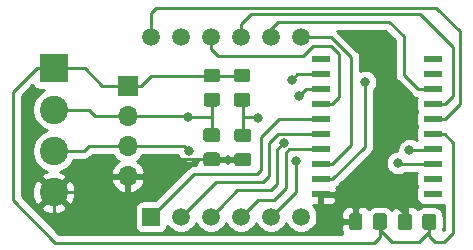
<source format=gbr>
G04 #@! TF.GenerationSoftware,KiCad,Pcbnew,5.1.5+dfsg1-2build2*
G04 #@! TF.CreationDate,2021-11-16T16:54:19-05:00*
G04 #@! TF.ProjectId,056INCH_3DIGIT,30353649-4e43-4485-9f33-44494749542e,rev?*
G04 #@! TF.SameCoordinates,Original*
G04 #@! TF.FileFunction,Copper,L2,Bot*
G04 #@! TF.FilePolarity,Positive*
%FSLAX46Y46*%
G04 Gerber Fmt 4.6, Leading zero omitted, Abs format (unit mm)*
G04 Created by KiCad (PCBNEW 5.1.5+dfsg1-2build2) date 2021-11-16 16:54:19*
%MOMM*%
%LPD*%
G04 APERTURE LIST*
%ADD10O,1.700000X1.700000*%
%ADD11R,1.700000X1.700000*%
%ADD12C,0.100000*%
%ADD13C,2.400000*%
%ADD14R,2.400000X2.400000*%
%ADD15R,1.500000X0.600000*%
%ADD16C,1.500000*%
%ADD17R,1.500000X1.500000*%
%ADD18C,0.800000*%
%ADD19C,0.250000*%
%ADD20C,0.254000*%
G04 APERTURE END LIST*
D10*
X113499900Y-114769900D03*
X113499900Y-112229900D03*
X113499900Y-109689900D03*
D11*
X113499900Y-107149900D03*
G04 #@! TA.AperFunction,SMDPad,CuDef*
D12*
G36*
X123651805Y-107728104D02*
G01*
X123676073Y-107731704D01*
X123699872Y-107737665D01*
X123722971Y-107745930D01*
X123745150Y-107756420D01*
X123766193Y-107769032D01*
X123785899Y-107783647D01*
X123804077Y-107800123D01*
X123820553Y-107818301D01*
X123835168Y-107838007D01*
X123847780Y-107859050D01*
X123858270Y-107881229D01*
X123866535Y-107904328D01*
X123872496Y-107928127D01*
X123876096Y-107952395D01*
X123877300Y-107976899D01*
X123877300Y-108626901D01*
X123876096Y-108651405D01*
X123872496Y-108675673D01*
X123866535Y-108699472D01*
X123858270Y-108722571D01*
X123847780Y-108744750D01*
X123835168Y-108765793D01*
X123820553Y-108785499D01*
X123804077Y-108803677D01*
X123785899Y-108820153D01*
X123766193Y-108834768D01*
X123745150Y-108847380D01*
X123722971Y-108857870D01*
X123699872Y-108866135D01*
X123676073Y-108872096D01*
X123651805Y-108875696D01*
X123627301Y-108876900D01*
X122727299Y-108876900D01*
X122702795Y-108875696D01*
X122678527Y-108872096D01*
X122654728Y-108866135D01*
X122631629Y-108857870D01*
X122609450Y-108847380D01*
X122588407Y-108834768D01*
X122568701Y-108820153D01*
X122550523Y-108803677D01*
X122534047Y-108785499D01*
X122519432Y-108765793D01*
X122506820Y-108744750D01*
X122496330Y-108722571D01*
X122488065Y-108699472D01*
X122482104Y-108675673D01*
X122478504Y-108651405D01*
X122477300Y-108626901D01*
X122477300Y-107976899D01*
X122478504Y-107952395D01*
X122482104Y-107928127D01*
X122488065Y-107904328D01*
X122496330Y-107881229D01*
X122506820Y-107859050D01*
X122519432Y-107838007D01*
X122534047Y-107818301D01*
X122550523Y-107800123D01*
X122568701Y-107783647D01*
X122588407Y-107769032D01*
X122609450Y-107756420D01*
X122631629Y-107745930D01*
X122654728Y-107737665D01*
X122678527Y-107731704D01*
X122702795Y-107728104D01*
X122727299Y-107726900D01*
X123627301Y-107726900D01*
X123651805Y-107728104D01*
G37*
G04 #@! TD.AperFunction*
G04 #@! TA.AperFunction,SMDPad,CuDef*
G36*
X123651805Y-105678104D02*
G01*
X123676073Y-105681704D01*
X123699872Y-105687665D01*
X123722971Y-105695930D01*
X123745150Y-105706420D01*
X123766193Y-105719032D01*
X123785899Y-105733647D01*
X123804077Y-105750123D01*
X123820553Y-105768301D01*
X123835168Y-105788007D01*
X123847780Y-105809050D01*
X123858270Y-105831229D01*
X123866535Y-105854328D01*
X123872496Y-105878127D01*
X123876096Y-105902395D01*
X123877300Y-105926899D01*
X123877300Y-106576901D01*
X123876096Y-106601405D01*
X123872496Y-106625673D01*
X123866535Y-106649472D01*
X123858270Y-106672571D01*
X123847780Y-106694750D01*
X123835168Y-106715793D01*
X123820553Y-106735499D01*
X123804077Y-106753677D01*
X123785899Y-106770153D01*
X123766193Y-106784768D01*
X123745150Y-106797380D01*
X123722971Y-106807870D01*
X123699872Y-106816135D01*
X123676073Y-106822096D01*
X123651805Y-106825696D01*
X123627301Y-106826900D01*
X122727299Y-106826900D01*
X122702795Y-106825696D01*
X122678527Y-106822096D01*
X122654728Y-106816135D01*
X122631629Y-106807870D01*
X122609450Y-106797380D01*
X122588407Y-106784768D01*
X122568701Y-106770153D01*
X122550523Y-106753677D01*
X122534047Y-106735499D01*
X122519432Y-106715793D01*
X122506820Y-106694750D01*
X122496330Y-106672571D01*
X122488065Y-106649472D01*
X122482104Y-106625673D01*
X122478504Y-106601405D01*
X122477300Y-106576901D01*
X122477300Y-105926899D01*
X122478504Y-105902395D01*
X122482104Y-105878127D01*
X122488065Y-105854328D01*
X122496330Y-105831229D01*
X122506820Y-105809050D01*
X122519432Y-105788007D01*
X122534047Y-105768301D01*
X122550523Y-105750123D01*
X122568701Y-105733647D01*
X122588407Y-105719032D01*
X122609450Y-105706420D01*
X122631629Y-105695930D01*
X122654728Y-105687665D01*
X122678527Y-105681704D01*
X122702795Y-105678104D01*
X122727299Y-105676900D01*
X123627301Y-105676900D01*
X123651805Y-105678104D01*
G37*
G04 #@! TD.AperFunction*
G04 #@! TA.AperFunction,SMDPad,CuDef*
G36*
X121099105Y-107728104D02*
G01*
X121123373Y-107731704D01*
X121147172Y-107737665D01*
X121170271Y-107745930D01*
X121192450Y-107756420D01*
X121213493Y-107769032D01*
X121233199Y-107783647D01*
X121251377Y-107800123D01*
X121267853Y-107818301D01*
X121282468Y-107838007D01*
X121295080Y-107859050D01*
X121305570Y-107881229D01*
X121313835Y-107904328D01*
X121319796Y-107928127D01*
X121323396Y-107952395D01*
X121324600Y-107976899D01*
X121324600Y-108626901D01*
X121323396Y-108651405D01*
X121319796Y-108675673D01*
X121313835Y-108699472D01*
X121305570Y-108722571D01*
X121295080Y-108744750D01*
X121282468Y-108765793D01*
X121267853Y-108785499D01*
X121251377Y-108803677D01*
X121233199Y-108820153D01*
X121213493Y-108834768D01*
X121192450Y-108847380D01*
X121170271Y-108857870D01*
X121147172Y-108866135D01*
X121123373Y-108872096D01*
X121099105Y-108875696D01*
X121074601Y-108876900D01*
X120174599Y-108876900D01*
X120150095Y-108875696D01*
X120125827Y-108872096D01*
X120102028Y-108866135D01*
X120078929Y-108857870D01*
X120056750Y-108847380D01*
X120035707Y-108834768D01*
X120016001Y-108820153D01*
X119997823Y-108803677D01*
X119981347Y-108785499D01*
X119966732Y-108765793D01*
X119954120Y-108744750D01*
X119943630Y-108722571D01*
X119935365Y-108699472D01*
X119929404Y-108675673D01*
X119925804Y-108651405D01*
X119924600Y-108626901D01*
X119924600Y-107976899D01*
X119925804Y-107952395D01*
X119929404Y-107928127D01*
X119935365Y-107904328D01*
X119943630Y-107881229D01*
X119954120Y-107859050D01*
X119966732Y-107838007D01*
X119981347Y-107818301D01*
X119997823Y-107800123D01*
X120016001Y-107783647D01*
X120035707Y-107769032D01*
X120056750Y-107756420D01*
X120078929Y-107745930D01*
X120102028Y-107737665D01*
X120125827Y-107731704D01*
X120150095Y-107728104D01*
X120174599Y-107726900D01*
X121074601Y-107726900D01*
X121099105Y-107728104D01*
G37*
G04 #@! TD.AperFunction*
G04 #@! TA.AperFunction,SMDPad,CuDef*
G36*
X121099105Y-105678104D02*
G01*
X121123373Y-105681704D01*
X121147172Y-105687665D01*
X121170271Y-105695930D01*
X121192450Y-105706420D01*
X121213493Y-105719032D01*
X121233199Y-105733647D01*
X121251377Y-105750123D01*
X121267853Y-105768301D01*
X121282468Y-105788007D01*
X121295080Y-105809050D01*
X121305570Y-105831229D01*
X121313835Y-105854328D01*
X121319796Y-105878127D01*
X121323396Y-105902395D01*
X121324600Y-105926899D01*
X121324600Y-106576901D01*
X121323396Y-106601405D01*
X121319796Y-106625673D01*
X121313835Y-106649472D01*
X121305570Y-106672571D01*
X121295080Y-106694750D01*
X121282468Y-106715793D01*
X121267853Y-106735499D01*
X121251377Y-106753677D01*
X121233199Y-106770153D01*
X121213493Y-106784768D01*
X121192450Y-106797380D01*
X121170271Y-106807870D01*
X121147172Y-106816135D01*
X121123373Y-106822096D01*
X121099105Y-106825696D01*
X121074601Y-106826900D01*
X120174599Y-106826900D01*
X120150095Y-106825696D01*
X120125827Y-106822096D01*
X120102028Y-106816135D01*
X120078929Y-106807870D01*
X120056750Y-106797380D01*
X120035707Y-106784768D01*
X120016001Y-106770153D01*
X119997823Y-106753677D01*
X119981347Y-106735499D01*
X119966732Y-106715793D01*
X119954120Y-106694750D01*
X119943630Y-106672571D01*
X119935365Y-106649472D01*
X119929404Y-106625673D01*
X119925804Y-106601405D01*
X119924600Y-106576901D01*
X119924600Y-105926899D01*
X119925804Y-105902395D01*
X119929404Y-105878127D01*
X119935365Y-105854328D01*
X119943630Y-105831229D01*
X119954120Y-105809050D01*
X119966732Y-105788007D01*
X119981347Y-105768301D01*
X119997823Y-105750123D01*
X120016001Y-105733647D01*
X120035707Y-105719032D01*
X120056750Y-105706420D01*
X120078929Y-105695930D01*
X120102028Y-105687665D01*
X120125827Y-105681704D01*
X120150095Y-105678104D01*
X120174599Y-105676900D01*
X121074601Y-105676900D01*
X121099105Y-105678104D01*
G37*
G04 #@! TD.AperFunction*
G04 #@! TA.AperFunction,SMDPad,CuDef*
G36*
X123715305Y-112795404D02*
G01*
X123739573Y-112799004D01*
X123763372Y-112804965D01*
X123786471Y-112813230D01*
X123808650Y-112823720D01*
X123829693Y-112836332D01*
X123849399Y-112850947D01*
X123867577Y-112867423D01*
X123884053Y-112885601D01*
X123898668Y-112905307D01*
X123911280Y-112926350D01*
X123921770Y-112948529D01*
X123930035Y-112971628D01*
X123935996Y-112995427D01*
X123939596Y-113019695D01*
X123940800Y-113044199D01*
X123940800Y-113694201D01*
X123939596Y-113718705D01*
X123935996Y-113742973D01*
X123930035Y-113766772D01*
X123921770Y-113789871D01*
X123911280Y-113812050D01*
X123898668Y-113833093D01*
X123884053Y-113852799D01*
X123867577Y-113870977D01*
X123849399Y-113887453D01*
X123829693Y-113902068D01*
X123808650Y-113914680D01*
X123786471Y-113925170D01*
X123763372Y-113933435D01*
X123739573Y-113939396D01*
X123715305Y-113942996D01*
X123690801Y-113944200D01*
X122790799Y-113944200D01*
X122766295Y-113942996D01*
X122742027Y-113939396D01*
X122718228Y-113933435D01*
X122695129Y-113925170D01*
X122672950Y-113914680D01*
X122651907Y-113902068D01*
X122632201Y-113887453D01*
X122614023Y-113870977D01*
X122597547Y-113852799D01*
X122582932Y-113833093D01*
X122570320Y-113812050D01*
X122559830Y-113789871D01*
X122551565Y-113766772D01*
X122545604Y-113742973D01*
X122542004Y-113718705D01*
X122540800Y-113694201D01*
X122540800Y-113044199D01*
X122542004Y-113019695D01*
X122545604Y-112995427D01*
X122551565Y-112971628D01*
X122559830Y-112948529D01*
X122570320Y-112926350D01*
X122582932Y-112905307D01*
X122597547Y-112885601D01*
X122614023Y-112867423D01*
X122632201Y-112850947D01*
X122651907Y-112836332D01*
X122672950Y-112823720D01*
X122695129Y-112813230D01*
X122718228Y-112804965D01*
X122742027Y-112799004D01*
X122766295Y-112795404D01*
X122790799Y-112794200D01*
X123690801Y-112794200D01*
X123715305Y-112795404D01*
G37*
G04 #@! TD.AperFunction*
G04 #@! TA.AperFunction,SMDPad,CuDef*
G36*
X123715305Y-110745404D02*
G01*
X123739573Y-110749004D01*
X123763372Y-110754965D01*
X123786471Y-110763230D01*
X123808650Y-110773720D01*
X123829693Y-110786332D01*
X123849399Y-110800947D01*
X123867577Y-110817423D01*
X123884053Y-110835601D01*
X123898668Y-110855307D01*
X123911280Y-110876350D01*
X123921770Y-110898529D01*
X123930035Y-110921628D01*
X123935996Y-110945427D01*
X123939596Y-110969695D01*
X123940800Y-110994199D01*
X123940800Y-111644201D01*
X123939596Y-111668705D01*
X123935996Y-111692973D01*
X123930035Y-111716772D01*
X123921770Y-111739871D01*
X123911280Y-111762050D01*
X123898668Y-111783093D01*
X123884053Y-111802799D01*
X123867577Y-111820977D01*
X123849399Y-111837453D01*
X123829693Y-111852068D01*
X123808650Y-111864680D01*
X123786471Y-111875170D01*
X123763372Y-111883435D01*
X123739573Y-111889396D01*
X123715305Y-111892996D01*
X123690801Y-111894200D01*
X122790799Y-111894200D01*
X122766295Y-111892996D01*
X122742027Y-111889396D01*
X122718228Y-111883435D01*
X122695129Y-111875170D01*
X122672950Y-111864680D01*
X122651907Y-111852068D01*
X122632201Y-111837453D01*
X122614023Y-111820977D01*
X122597547Y-111802799D01*
X122582932Y-111783093D01*
X122570320Y-111762050D01*
X122559830Y-111739871D01*
X122551565Y-111716772D01*
X122545604Y-111692973D01*
X122542004Y-111668705D01*
X122540800Y-111644201D01*
X122540800Y-110994199D01*
X122542004Y-110969695D01*
X122545604Y-110945427D01*
X122551565Y-110921628D01*
X122559830Y-110898529D01*
X122570320Y-110876350D01*
X122582932Y-110855307D01*
X122597547Y-110835601D01*
X122614023Y-110817423D01*
X122632201Y-110800947D01*
X122651907Y-110786332D01*
X122672950Y-110773720D01*
X122695129Y-110763230D01*
X122718228Y-110754965D01*
X122742027Y-110749004D01*
X122766295Y-110745404D01*
X122790799Y-110744200D01*
X123690801Y-110744200D01*
X123715305Y-110745404D01*
G37*
G04 #@! TD.AperFunction*
G04 #@! TA.AperFunction,SMDPad,CuDef*
G36*
X121086405Y-112770004D02*
G01*
X121110673Y-112773604D01*
X121134472Y-112779565D01*
X121157571Y-112787830D01*
X121179750Y-112798320D01*
X121200793Y-112810932D01*
X121220499Y-112825547D01*
X121238677Y-112842023D01*
X121255153Y-112860201D01*
X121269768Y-112879907D01*
X121282380Y-112900950D01*
X121292870Y-112923129D01*
X121301135Y-112946228D01*
X121307096Y-112970027D01*
X121310696Y-112994295D01*
X121311900Y-113018799D01*
X121311900Y-113668801D01*
X121310696Y-113693305D01*
X121307096Y-113717573D01*
X121301135Y-113741372D01*
X121292870Y-113764471D01*
X121282380Y-113786650D01*
X121269768Y-113807693D01*
X121255153Y-113827399D01*
X121238677Y-113845577D01*
X121220499Y-113862053D01*
X121200793Y-113876668D01*
X121179750Y-113889280D01*
X121157571Y-113899770D01*
X121134472Y-113908035D01*
X121110673Y-113913996D01*
X121086405Y-113917596D01*
X121061901Y-113918800D01*
X120161899Y-113918800D01*
X120137395Y-113917596D01*
X120113127Y-113913996D01*
X120089328Y-113908035D01*
X120066229Y-113899770D01*
X120044050Y-113889280D01*
X120023007Y-113876668D01*
X120003301Y-113862053D01*
X119985123Y-113845577D01*
X119968647Y-113827399D01*
X119954032Y-113807693D01*
X119941420Y-113786650D01*
X119930930Y-113764471D01*
X119922665Y-113741372D01*
X119916704Y-113717573D01*
X119913104Y-113693305D01*
X119911900Y-113668801D01*
X119911900Y-113018799D01*
X119913104Y-112994295D01*
X119916704Y-112970027D01*
X119922665Y-112946228D01*
X119930930Y-112923129D01*
X119941420Y-112900950D01*
X119954032Y-112879907D01*
X119968647Y-112860201D01*
X119985123Y-112842023D01*
X120003301Y-112825547D01*
X120023007Y-112810932D01*
X120044050Y-112798320D01*
X120066229Y-112787830D01*
X120089328Y-112779565D01*
X120113127Y-112773604D01*
X120137395Y-112770004D01*
X120161899Y-112768800D01*
X121061901Y-112768800D01*
X121086405Y-112770004D01*
G37*
G04 #@! TD.AperFunction*
G04 #@! TA.AperFunction,SMDPad,CuDef*
G36*
X121086405Y-110720004D02*
G01*
X121110673Y-110723604D01*
X121134472Y-110729565D01*
X121157571Y-110737830D01*
X121179750Y-110748320D01*
X121200793Y-110760932D01*
X121220499Y-110775547D01*
X121238677Y-110792023D01*
X121255153Y-110810201D01*
X121269768Y-110829907D01*
X121282380Y-110850950D01*
X121292870Y-110873129D01*
X121301135Y-110896228D01*
X121307096Y-110920027D01*
X121310696Y-110944295D01*
X121311900Y-110968799D01*
X121311900Y-111618801D01*
X121310696Y-111643305D01*
X121307096Y-111667573D01*
X121301135Y-111691372D01*
X121292870Y-111714471D01*
X121282380Y-111736650D01*
X121269768Y-111757693D01*
X121255153Y-111777399D01*
X121238677Y-111795577D01*
X121220499Y-111812053D01*
X121200793Y-111826668D01*
X121179750Y-111839280D01*
X121157571Y-111849770D01*
X121134472Y-111858035D01*
X121110673Y-111863996D01*
X121086405Y-111867596D01*
X121061901Y-111868800D01*
X120161899Y-111868800D01*
X120137395Y-111867596D01*
X120113127Y-111863996D01*
X120089328Y-111858035D01*
X120066229Y-111849770D01*
X120044050Y-111839280D01*
X120023007Y-111826668D01*
X120003301Y-111812053D01*
X119985123Y-111795577D01*
X119968647Y-111777399D01*
X119954032Y-111757693D01*
X119941420Y-111736650D01*
X119930930Y-111714471D01*
X119922665Y-111691372D01*
X119916704Y-111667573D01*
X119913104Y-111643305D01*
X119911900Y-111618801D01*
X119911900Y-110968799D01*
X119913104Y-110944295D01*
X119916704Y-110920027D01*
X119922665Y-110896228D01*
X119930930Y-110873129D01*
X119941420Y-110850950D01*
X119954032Y-110829907D01*
X119968647Y-110810201D01*
X119985123Y-110792023D01*
X120003301Y-110775547D01*
X120023007Y-110760932D01*
X120044050Y-110748320D01*
X120066229Y-110737830D01*
X120089328Y-110729565D01*
X120113127Y-110723604D01*
X120137395Y-110720004D01*
X120161899Y-110718800D01*
X121061901Y-110718800D01*
X121086405Y-110720004D01*
G37*
G04 #@! TD.AperFunction*
G04 #@! TA.AperFunction,SMDPad,CuDef*
G36*
X133157105Y-117919204D02*
G01*
X133181373Y-117922804D01*
X133205172Y-117928765D01*
X133228271Y-117937030D01*
X133250450Y-117947520D01*
X133271493Y-117960132D01*
X133291199Y-117974747D01*
X133309377Y-117991223D01*
X133325853Y-118009401D01*
X133340468Y-118029107D01*
X133353080Y-118050150D01*
X133363570Y-118072329D01*
X133371835Y-118095428D01*
X133377796Y-118119227D01*
X133381396Y-118143495D01*
X133382600Y-118167999D01*
X133382600Y-119068001D01*
X133381396Y-119092505D01*
X133377796Y-119116773D01*
X133371835Y-119140572D01*
X133363570Y-119163671D01*
X133353080Y-119185850D01*
X133340468Y-119206893D01*
X133325853Y-119226599D01*
X133309377Y-119244777D01*
X133291199Y-119261253D01*
X133271493Y-119275868D01*
X133250450Y-119288480D01*
X133228271Y-119298970D01*
X133205172Y-119307235D01*
X133181373Y-119313196D01*
X133157105Y-119316796D01*
X133132601Y-119318000D01*
X132482599Y-119318000D01*
X132458095Y-119316796D01*
X132433827Y-119313196D01*
X132410028Y-119307235D01*
X132386929Y-119298970D01*
X132364750Y-119288480D01*
X132343707Y-119275868D01*
X132324001Y-119261253D01*
X132305823Y-119244777D01*
X132289347Y-119226599D01*
X132274732Y-119206893D01*
X132262120Y-119185850D01*
X132251630Y-119163671D01*
X132243365Y-119140572D01*
X132237404Y-119116773D01*
X132233804Y-119092505D01*
X132232600Y-119068001D01*
X132232600Y-118167999D01*
X132233804Y-118143495D01*
X132237404Y-118119227D01*
X132243365Y-118095428D01*
X132251630Y-118072329D01*
X132262120Y-118050150D01*
X132274732Y-118029107D01*
X132289347Y-118009401D01*
X132305823Y-117991223D01*
X132324001Y-117974747D01*
X132343707Y-117960132D01*
X132364750Y-117947520D01*
X132386929Y-117937030D01*
X132410028Y-117928765D01*
X132433827Y-117922804D01*
X132458095Y-117919204D01*
X132482599Y-117918000D01*
X133132601Y-117918000D01*
X133157105Y-117919204D01*
G37*
G04 #@! TD.AperFunction*
G04 #@! TA.AperFunction,SMDPad,CuDef*
G36*
X135207105Y-117919204D02*
G01*
X135231373Y-117922804D01*
X135255172Y-117928765D01*
X135278271Y-117937030D01*
X135300450Y-117947520D01*
X135321493Y-117960132D01*
X135341199Y-117974747D01*
X135359377Y-117991223D01*
X135375853Y-118009401D01*
X135390468Y-118029107D01*
X135403080Y-118050150D01*
X135413570Y-118072329D01*
X135421835Y-118095428D01*
X135427796Y-118119227D01*
X135431396Y-118143495D01*
X135432600Y-118167999D01*
X135432600Y-119068001D01*
X135431396Y-119092505D01*
X135427796Y-119116773D01*
X135421835Y-119140572D01*
X135413570Y-119163671D01*
X135403080Y-119185850D01*
X135390468Y-119206893D01*
X135375853Y-119226599D01*
X135359377Y-119244777D01*
X135341199Y-119261253D01*
X135321493Y-119275868D01*
X135300450Y-119288480D01*
X135278271Y-119298970D01*
X135255172Y-119307235D01*
X135231373Y-119313196D01*
X135207105Y-119316796D01*
X135182601Y-119318000D01*
X134532599Y-119318000D01*
X134508095Y-119316796D01*
X134483827Y-119313196D01*
X134460028Y-119307235D01*
X134436929Y-119298970D01*
X134414750Y-119288480D01*
X134393707Y-119275868D01*
X134374001Y-119261253D01*
X134355823Y-119244777D01*
X134339347Y-119226599D01*
X134324732Y-119206893D01*
X134312120Y-119185850D01*
X134301630Y-119163671D01*
X134293365Y-119140572D01*
X134287404Y-119116773D01*
X134283804Y-119092505D01*
X134282600Y-119068001D01*
X134282600Y-118167999D01*
X134283804Y-118143495D01*
X134287404Y-118119227D01*
X134293365Y-118095428D01*
X134301630Y-118072329D01*
X134312120Y-118050150D01*
X134324732Y-118029107D01*
X134339347Y-118009401D01*
X134355823Y-117991223D01*
X134374001Y-117974747D01*
X134393707Y-117960132D01*
X134414750Y-117947520D01*
X134436929Y-117937030D01*
X134460028Y-117928765D01*
X134483827Y-117922804D01*
X134508095Y-117919204D01*
X134532599Y-117918000D01*
X135182601Y-117918000D01*
X135207105Y-117919204D01*
G37*
G04 #@! TD.AperFunction*
G04 #@! TA.AperFunction,SMDPad,CuDef*
G36*
X137335405Y-117944604D02*
G01*
X137359673Y-117948204D01*
X137383472Y-117954165D01*
X137406571Y-117962430D01*
X137428750Y-117972920D01*
X137449793Y-117985532D01*
X137469499Y-118000147D01*
X137487677Y-118016623D01*
X137504153Y-118034801D01*
X137518768Y-118054507D01*
X137531380Y-118075550D01*
X137541870Y-118097729D01*
X137550135Y-118120828D01*
X137556096Y-118144627D01*
X137559696Y-118168895D01*
X137560900Y-118193399D01*
X137560900Y-119093401D01*
X137559696Y-119117905D01*
X137556096Y-119142173D01*
X137550135Y-119165972D01*
X137541870Y-119189071D01*
X137531380Y-119211250D01*
X137518768Y-119232293D01*
X137504153Y-119251999D01*
X137487677Y-119270177D01*
X137469499Y-119286653D01*
X137449793Y-119301268D01*
X137428750Y-119313880D01*
X137406571Y-119324370D01*
X137383472Y-119332635D01*
X137359673Y-119338596D01*
X137335405Y-119342196D01*
X137310901Y-119343400D01*
X136660899Y-119343400D01*
X136636395Y-119342196D01*
X136612127Y-119338596D01*
X136588328Y-119332635D01*
X136565229Y-119324370D01*
X136543050Y-119313880D01*
X136522007Y-119301268D01*
X136502301Y-119286653D01*
X136484123Y-119270177D01*
X136467647Y-119251999D01*
X136453032Y-119232293D01*
X136440420Y-119211250D01*
X136429930Y-119189071D01*
X136421665Y-119165972D01*
X136415704Y-119142173D01*
X136412104Y-119117905D01*
X136410900Y-119093401D01*
X136410900Y-118193399D01*
X136412104Y-118168895D01*
X136415704Y-118144627D01*
X136421665Y-118120828D01*
X136429930Y-118097729D01*
X136440420Y-118075550D01*
X136453032Y-118054507D01*
X136467647Y-118034801D01*
X136484123Y-118016623D01*
X136502301Y-118000147D01*
X136522007Y-117985532D01*
X136543050Y-117972920D01*
X136565229Y-117962430D01*
X136588328Y-117954165D01*
X136612127Y-117948204D01*
X136636395Y-117944604D01*
X136660899Y-117943400D01*
X137310901Y-117943400D01*
X137335405Y-117944604D01*
G37*
G04 #@! TD.AperFunction*
G04 #@! TA.AperFunction,SMDPad,CuDef*
G36*
X139385405Y-117944604D02*
G01*
X139409673Y-117948204D01*
X139433472Y-117954165D01*
X139456571Y-117962430D01*
X139478750Y-117972920D01*
X139499793Y-117985532D01*
X139519499Y-118000147D01*
X139537677Y-118016623D01*
X139554153Y-118034801D01*
X139568768Y-118054507D01*
X139581380Y-118075550D01*
X139591870Y-118097729D01*
X139600135Y-118120828D01*
X139606096Y-118144627D01*
X139609696Y-118168895D01*
X139610900Y-118193399D01*
X139610900Y-119093401D01*
X139609696Y-119117905D01*
X139606096Y-119142173D01*
X139600135Y-119165972D01*
X139591870Y-119189071D01*
X139581380Y-119211250D01*
X139568768Y-119232293D01*
X139554153Y-119251999D01*
X139537677Y-119270177D01*
X139519499Y-119286653D01*
X139499793Y-119301268D01*
X139478750Y-119313880D01*
X139456571Y-119324370D01*
X139433472Y-119332635D01*
X139409673Y-119338596D01*
X139385405Y-119342196D01*
X139360901Y-119343400D01*
X138710899Y-119343400D01*
X138686395Y-119342196D01*
X138662127Y-119338596D01*
X138638328Y-119332635D01*
X138615229Y-119324370D01*
X138593050Y-119313880D01*
X138572007Y-119301268D01*
X138552301Y-119286653D01*
X138534123Y-119270177D01*
X138517647Y-119251999D01*
X138503032Y-119232293D01*
X138490420Y-119211250D01*
X138479930Y-119189071D01*
X138471665Y-119165972D01*
X138465704Y-119142173D01*
X138462104Y-119117905D01*
X138460900Y-119093401D01*
X138460900Y-118193399D01*
X138462104Y-118168895D01*
X138465704Y-118144627D01*
X138471665Y-118120828D01*
X138479930Y-118097729D01*
X138490420Y-118075550D01*
X138503032Y-118054507D01*
X138517647Y-118034801D01*
X138534123Y-118016623D01*
X138552301Y-118000147D01*
X138572007Y-117985532D01*
X138593050Y-117972920D01*
X138615229Y-117962430D01*
X138638328Y-117954165D01*
X138662127Y-117948204D01*
X138686395Y-117944604D01*
X138710899Y-117943400D01*
X139360901Y-117943400D01*
X139385405Y-117944604D01*
G37*
G04 #@! TD.AperFunction*
D13*
X107238800Y-116138600D03*
X107238800Y-112638600D03*
X107238800Y-109138600D03*
D14*
X107238800Y-105638600D03*
D15*
X139331900Y-116315000D03*
X139331900Y-115045000D03*
X139331900Y-113775000D03*
X139331900Y-112505000D03*
X139331900Y-111235000D03*
X139331900Y-109965000D03*
X139331900Y-108695000D03*
X139331900Y-107425000D03*
X139331900Y-106155000D03*
X139331900Y-104885000D03*
X129831900Y-104885000D03*
X129831900Y-106155000D03*
X129831900Y-107425000D03*
X129831900Y-108695000D03*
X129831900Y-116315000D03*
X129831900Y-115045000D03*
X129831900Y-113775000D03*
X129831900Y-112505000D03*
X129831900Y-111235000D03*
X129831900Y-109965000D03*
D16*
X115481100Y-102971600D03*
X118021100Y-102971600D03*
X120561100Y-102971600D03*
X123101100Y-102971600D03*
X125641100Y-102971600D03*
X128181100Y-102971600D03*
X128181100Y-118211600D03*
X125641100Y-118211600D03*
X123101100Y-118211600D03*
X120561100Y-118211600D03*
X118021100Y-118211600D03*
D17*
X115481100Y-118211600D03*
D18*
X133578600Y-106794300D03*
X127736600Y-113474500D03*
X128016000Y-108026200D03*
X127419100Y-106616500D03*
X126707900Y-111960000D03*
X136372600Y-113639600D03*
X118592600Y-109753400D03*
X124574300Y-109829600D03*
X137350500Y-112572800D03*
X118694200Y-112610900D03*
D19*
X115938300Y-100495100D02*
X115481100Y-100952300D01*
X139623800Y-100495100D02*
X115938300Y-100495100D01*
X141643100Y-102514400D02*
X139623800Y-100495100D01*
X141643100Y-108653800D02*
X141643100Y-102514400D01*
X140331900Y-109965000D02*
X141643100Y-108653800D01*
X115481100Y-100952300D02*
X115481100Y-102971600D01*
X139331900Y-109965000D02*
X140331900Y-109965000D01*
X133578600Y-112298300D02*
X133578600Y-106794300D01*
X130831900Y-115045000D02*
X133578600Y-112298300D01*
X129831900Y-115045000D02*
X130831900Y-115045000D01*
X120561100Y-104032260D02*
X120561100Y-102971600D01*
X121126040Y-104597200D02*
X120561100Y-104032260D01*
X128371600Y-104597200D02*
X121126040Y-104597200D01*
X129222500Y-103746300D02*
X128371600Y-104597200D01*
X130733800Y-103746300D02*
X129222500Y-103746300D01*
X131432300Y-104444800D02*
X130733800Y-103746300D01*
X131432300Y-108094600D02*
X131432300Y-104444800D01*
X130831900Y-108695000D02*
X131432300Y-108094600D01*
X129831900Y-108695000D02*
X130831900Y-108695000D01*
X123101100Y-101910940D02*
X123101100Y-102971600D01*
X123970840Y-101041200D02*
X123101100Y-101910940D01*
X138252200Y-101041200D02*
X123970840Y-101041200D01*
X141058900Y-103847900D02*
X138252200Y-101041200D01*
X141058900Y-107968000D02*
X141058900Y-103847900D01*
X140331900Y-108695000D02*
X141058900Y-107968000D01*
X139331900Y-108695000D02*
X140331900Y-108695000D01*
X125641100Y-102298500D02*
X125641100Y-102971600D01*
X135623300Y-101701600D02*
X126238000Y-101701600D01*
X136867900Y-102946200D02*
X135623300Y-101701600D01*
X138120900Y-107425000D02*
X136867900Y-106172000D01*
X126238000Y-101701600D02*
X125641100Y-102298500D01*
X136867900Y-106172000D02*
X136867900Y-102946200D01*
X139331900Y-107425000D02*
X138120900Y-107425000D01*
X130683000Y-102971600D02*
X128181100Y-102971600D01*
X132435600Y-104724200D02*
X130683000Y-102971600D01*
X132435600Y-112171300D02*
X132435600Y-104724200D01*
X130831900Y-113775000D02*
X132435600Y-112171300D01*
X129831900Y-113775000D02*
X130831900Y-113775000D01*
X128617200Y-107425000D02*
X129831900Y-107425000D01*
X128016000Y-108026200D02*
X128617200Y-107425000D01*
X126391099Y-117461601D02*
X126403799Y-117461601D01*
X125641100Y-118211600D02*
X126391099Y-117461601D01*
X127736600Y-116128800D02*
X127736600Y-113474500D01*
X126403799Y-117461601D02*
X127736600Y-116128800D01*
X127194800Y-112505000D02*
X129831900Y-112505000D01*
X123851099Y-117461601D02*
X123851099Y-117448901D01*
X123101100Y-118211600D02*
X123851099Y-117461601D01*
X123851099Y-117448901D02*
X124548900Y-116751100D01*
X124548900Y-116751100D02*
X125933200Y-116751100D01*
X126873000Y-115811300D02*
X126873000Y-112814100D01*
X125933200Y-116751100D02*
X126873000Y-115811300D01*
X126873000Y-112814100D02*
X127194800Y-112505000D01*
X127880600Y-106155000D02*
X129831900Y-106155000D01*
X127419100Y-106616500D02*
X127880600Y-106155000D01*
X121311099Y-117461601D02*
X121311099Y-117448901D01*
X120561100Y-118211600D02*
X121311099Y-117461601D01*
X121311099Y-117448901D02*
X122783600Y-115976400D01*
X122783600Y-115976400D02*
X125603000Y-115976400D01*
X125603000Y-115976400D02*
X126161800Y-115417600D01*
X126161800Y-112506100D02*
X126707900Y-111960000D01*
X126161800Y-115417600D02*
X126161800Y-112506100D01*
X118021100Y-118211600D02*
X120980200Y-115252500D01*
X120980200Y-115252500D02*
X124993400Y-115252500D01*
X124993400Y-115252500D02*
X125488700Y-114757200D01*
X125488700Y-114757200D02*
X125488700Y-111988600D01*
X126242300Y-111235000D02*
X129831900Y-111235000D01*
X125488700Y-111988600D02*
X126242300Y-111235000D01*
X128831900Y-109965000D02*
X129831900Y-109965000D01*
X115481100Y-118211600D02*
X115481100Y-118198900D01*
X115481100Y-118211600D02*
X115506500Y-118211600D01*
X115506500Y-118211600D02*
X119113300Y-114604800D01*
X119113300Y-114604800D02*
X124460000Y-114604800D01*
X124460000Y-114604800D02*
X124815600Y-114249200D01*
X124815600Y-114249200D02*
X124815600Y-111442500D01*
X126293100Y-109965000D02*
X129831900Y-109965000D01*
X124815600Y-111442500D02*
X126293100Y-109965000D01*
X130831900Y-116315000D02*
X129831900Y-116315000D01*
X131419600Y-116902700D02*
X130831900Y-116315000D01*
X131419600Y-118186200D02*
X131419600Y-116902700D01*
X136985900Y-117943400D02*
X135717400Y-116674900D01*
X136985900Y-118643400D02*
X136985900Y-117943400D01*
X135717400Y-116674900D02*
X133223000Y-116674900D01*
X132807600Y-117090300D02*
X132807600Y-118618000D01*
X133223000Y-116674900D02*
X132807600Y-117090300D01*
X132219900Y-118605300D02*
X131025900Y-118605300D01*
X132232600Y-118618000D02*
X132219900Y-118605300D01*
X132807600Y-118618000D02*
X132232600Y-118618000D01*
X131025900Y-118605300D02*
X131419600Y-118186200D01*
X107238800Y-116138600D02*
X109134000Y-116138600D01*
X110502700Y-114769900D02*
X113499900Y-114769900D01*
X109134000Y-116138600D02*
X110502700Y-114769900D01*
X113499900Y-114769900D02*
X115214400Y-114769900D01*
X116640500Y-113343800D02*
X120611900Y-113343800D01*
X115214400Y-114769900D02*
X116640500Y-113343800D01*
X123215400Y-113343800D02*
X123240800Y-113369200D01*
X120611900Y-113343800D02*
X123215400Y-113343800D01*
X129946400Y-119684800D02*
X131025900Y-118605300D01*
X109087944Y-119684800D02*
X129946400Y-119684800D01*
X107238800Y-117835656D02*
X109087944Y-119684800D01*
X107238800Y-116138600D02*
X107238800Y-117835656D01*
X134353300Y-120396000D02*
X134857600Y-119891700D01*
X107391200Y-120396000D02*
X134353300Y-120396000D01*
X103771700Y-116776500D02*
X107391200Y-120396000D01*
X103771700Y-107655700D02*
X103771700Y-116776500D01*
X105788800Y-105638600D02*
X103771700Y-107655700D01*
X134857600Y-119891700D02*
X134857600Y-118618000D01*
X107238800Y-105638600D02*
X105788800Y-105638600D01*
X107238800Y-105638600D02*
X109855000Y-105638600D01*
X111366300Y-107149900D02*
X113499900Y-107149900D01*
X109855000Y-105638600D02*
X111366300Y-107149900D01*
X115497900Y-106251900D02*
X120624600Y-106251900D01*
X114599900Y-107149900D02*
X115497900Y-106251900D01*
X113499900Y-107149900D02*
X114599900Y-107149900D01*
X120624600Y-106251900D02*
X123177300Y-106251900D01*
X139035900Y-119523400D02*
X139035900Y-118643400D01*
X138188700Y-120370600D02*
X139035900Y-119523400D01*
X135910200Y-120370600D02*
X138188700Y-120370600D01*
X134857600Y-119318000D02*
X135910200Y-120370600D01*
X134857600Y-118618000D02*
X134857600Y-119318000D01*
X139035900Y-119871600D02*
X139035900Y-118643400D01*
X139522200Y-120357900D02*
X139035900Y-119871600D01*
X140284200Y-120357900D02*
X139522200Y-120357900D01*
X141033500Y-119608600D02*
X140284200Y-120357900D01*
X141033500Y-111936600D02*
X141033500Y-119608600D01*
X140331900Y-111235000D02*
X141033500Y-111936600D01*
X139331900Y-111235000D02*
X140331900Y-111235000D01*
X107238800Y-109138600D02*
X110192700Y-109138600D01*
X110744000Y-109689900D02*
X113499900Y-109689900D01*
X110192700Y-109138600D02*
X110744000Y-109689900D01*
X120624600Y-111281100D02*
X120611900Y-111293800D01*
X136508000Y-113775000D02*
X136372600Y-113639600D01*
X139331900Y-113775000D02*
X136508000Y-113775000D01*
X120586500Y-109753400D02*
X120624600Y-109791500D01*
X120624600Y-109791500D02*
X120624600Y-111281100D01*
X118592600Y-109753400D02*
X120586500Y-109753400D01*
X120624600Y-108301900D02*
X120624600Y-109791500D01*
X118529100Y-109689900D02*
X118592600Y-109753400D01*
X113499900Y-109689900D02*
X118529100Y-109689900D01*
X107238800Y-112638600D02*
X109801900Y-112638600D01*
X110210600Y-112229900D02*
X113499900Y-112229900D01*
X109801900Y-112638600D02*
X110210600Y-112229900D01*
X123240800Y-108365400D02*
X123177300Y-108301900D01*
X123240800Y-109791500D02*
X124536200Y-109791500D01*
X124536200Y-109791500D02*
X124574300Y-109829600D01*
X123240800Y-111319200D02*
X123240800Y-109791500D01*
X123240800Y-109791500D02*
X123240800Y-108365400D01*
X139264100Y-112572800D02*
X139331900Y-112505000D01*
X137350500Y-112572800D02*
X139264100Y-112572800D01*
X118313200Y-112229900D02*
X118694200Y-112610900D01*
X113499900Y-112229900D02*
X118313200Y-112229900D01*
D20*
G36*
X136107901Y-103261003D02*
G01*
X136107900Y-106134677D01*
X136104224Y-106172000D01*
X136107900Y-106209322D01*
X136107900Y-106209332D01*
X136118897Y-106320985D01*
X136159549Y-106455000D01*
X136162354Y-106464246D01*
X136232926Y-106596276D01*
X136249524Y-106616500D01*
X136327899Y-106712001D01*
X136356903Y-106735804D01*
X137557101Y-107936003D01*
X137580899Y-107965001D01*
X137630044Y-108005333D01*
X137696624Y-108059974D01*
X137828653Y-108130546D01*
X137971914Y-108174003D01*
X137984975Y-108175289D01*
X137956088Y-108270518D01*
X137943828Y-108395000D01*
X137943828Y-108995000D01*
X137956088Y-109119482D01*
X137992398Y-109239180D01*
X138040943Y-109330000D01*
X137992398Y-109420820D01*
X137956088Y-109540518D01*
X137943828Y-109665000D01*
X137943828Y-110265000D01*
X137956088Y-110389482D01*
X137992398Y-110509180D01*
X138040943Y-110600000D01*
X137992398Y-110690820D01*
X137956088Y-110810518D01*
X137943828Y-110935000D01*
X137943828Y-111535000D01*
X137956088Y-111659482D01*
X137983928Y-111751259D01*
X137840756Y-111655595D01*
X137652398Y-111577574D01*
X137452439Y-111537800D01*
X137248561Y-111537800D01*
X137048602Y-111577574D01*
X136860244Y-111655595D01*
X136690726Y-111768863D01*
X136546563Y-111913026D01*
X136433295Y-112082544D01*
X136355274Y-112270902D01*
X136315500Y-112470861D01*
X136315500Y-112604600D01*
X136270661Y-112604600D01*
X136070702Y-112644374D01*
X135882344Y-112722395D01*
X135712826Y-112835663D01*
X135568663Y-112979826D01*
X135455395Y-113149344D01*
X135377374Y-113337702D01*
X135337600Y-113537661D01*
X135337600Y-113741539D01*
X135377374Y-113941498D01*
X135455395Y-114129856D01*
X135568663Y-114299374D01*
X135712826Y-114443537D01*
X135882344Y-114556805D01*
X136070702Y-114634826D01*
X136270661Y-114674600D01*
X136474539Y-114674600D01*
X136674498Y-114634826D01*
X136862856Y-114556805D01*
X136895490Y-114535000D01*
X137982030Y-114535000D01*
X137956088Y-114620518D01*
X137943828Y-114745000D01*
X137943828Y-115345000D01*
X137956088Y-115469482D01*
X137992398Y-115589180D01*
X138040943Y-115680000D01*
X137992398Y-115770820D01*
X137956088Y-115890518D01*
X137943828Y-116015000D01*
X137943828Y-116615000D01*
X137956088Y-116739482D01*
X137992398Y-116859180D01*
X138051363Y-116969494D01*
X138130715Y-117066185D01*
X138227406Y-117145537D01*
X138337720Y-117204502D01*
X138457418Y-117240812D01*
X138581900Y-117253072D01*
X140081900Y-117253072D01*
X140206382Y-117240812D01*
X140273501Y-117220452D01*
X140273501Y-119293797D01*
X140201979Y-119365320D01*
X140231908Y-119266655D01*
X140248972Y-119093401D01*
X140248972Y-118193399D01*
X140231908Y-118020145D01*
X140181372Y-117853549D01*
X140099305Y-117700013D01*
X139988862Y-117565438D01*
X139854287Y-117454995D01*
X139700751Y-117372928D01*
X139534155Y-117322392D01*
X139360901Y-117305328D01*
X138710899Y-117305328D01*
X138537645Y-117322392D01*
X138371049Y-117372928D01*
X138217513Y-117454995D01*
X138082938Y-117565438D01*
X138077558Y-117571994D01*
X138012085Y-117492215D01*
X137915394Y-117412863D01*
X137805080Y-117353898D01*
X137685382Y-117317588D01*
X137560900Y-117305328D01*
X137271650Y-117308400D01*
X137112900Y-117467150D01*
X137112900Y-118516400D01*
X137132900Y-118516400D01*
X137132900Y-118770400D01*
X137112900Y-118770400D01*
X137112900Y-118790400D01*
X136858900Y-118790400D01*
X136858900Y-118770400D01*
X136838900Y-118770400D01*
X136838900Y-118516400D01*
X136858900Y-118516400D01*
X136858900Y-117467150D01*
X136700150Y-117308400D01*
X136410900Y-117305328D01*
X136286418Y-117317588D01*
X136166720Y-117353898D01*
X136056406Y-117412863D01*
X135959715Y-117492215D01*
X135880363Y-117588906D01*
X135868650Y-117610819D01*
X135810562Y-117540038D01*
X135675987Y-117429595D01*
X135522451Y-117347528D01*
X135355855Y-117296992D01*
X135182601Y-117279928D01*
X134532599Y-117279928D01*
X134359345Y-117296992D01*
X134192749Y-117347528D01*
X134039213Y-117429595D01*
X133904638Y-117540038D01*
X133899258Y-117546594D01*
X133833785Y-117466815D01*
X133737094Y-117387463D01*
X133626780Y-117328498D01*
X133507082Y-117292188D01*
X133382600Y-117279928D01*
X133093350Y-117283000D01*
X132934600Y-117441750D01*
X132934600Y-118491000D01*
X132954600Y-118491000D01*
X132954600Y-118745000D01*
X132934600Y-118745000D01*
X132934600Y-118765000D01*
X132680600Y-118765000D01*
X132680600Y-118745000D01*
X131756350Y-118745000D01*
X131597600Y-118903750D01*
X131594528Y-119318000D01*
X131606788Y-119442482D01*
X131643098Y-119562180D01*
X131682556Y-119636000D01*
X107706002Y-119636000D01*
X105486582Y-117416580D01*
X106140426Y-117416580D01*
X106260314Y-117701436D01*
X106584010Y-117862299D01*
X106932869Y-117956922D01*
X107293484Y-117981667D01*
X107651998Y-117935585D01*
X107994633Y-117820446D01*
X108217286Y-117701436D01*
X108337174Y-117416580D01*
X107238800Y-116318205D01*
X106140426Y-117416580D01*
X105486582Y-117416580D01*
X104531700Y-116461699D01*
X104531700Y-116193284D01*
X105395733Y-116193284D01*
X105441815Y-116551798D01*
X105556954Y-116894433D01*
X105675964Y-117117086D01*
X105960820Y-117236974D01*
X107059195Y-116138600D01*
X107418405Y-116138600D01*
X108516780Y-117236974D01*
X108801636Y-117117086D01*
X108962499Y-116793390D01*
X109057122Y-116444531D01*
X109081867Y-116083916D01*
X109035785Y-115725402D01*
X108920646Y-115382767D01*
X108801636Y-115160114D01*
X108722458Y-115126790D01*
X112058424Y-115126790D01*
X112103075Y-115273999D01*
X112228259Y-115536820D01*
X112402312Y-115770169D01*
X112618545Y-115965078D01*
X112868648Y-116114057D01*
X113143009Y-116211381D01*
X113372900Y-116090714D01*
X113372900Y-114896900D01*
X113626900Y-114896900D01*
X113626900Y-116090714D01*
X113856791Y-116211381D01*
X114131152Y-116114057D01*
X114381255Y-115965078D01*
X114597488Y-115770169D01*
X114771541Y-115536820D01*
X114896725Y-115273999D01*
X114941376Y-115126790D01*
X114820055Y-114896900D01*
X113626900Y-114896900D01*
X113372900Y-114896900D01*
X112179745Y-114896900D01*
X112058424Y-115126790D01*
X108722458Y-115126790D01*
X108516780Y-115040226D01*
X107418405Y-116138600D01*
X107059195Y-116138600D01*
X105960820Y-115040226D01*
X105675964Y-115160114D01*
X105515101Y-115483810D01*
X105420478Y-115832669D01*
X105395733Y-116193284D01*
X104531700Y-116193284D01*
X104531700Y-107970501D01*
X105442344Y-107059857D01*
X105449298Y-107082780D01*
X105508263Y-107193094D01*
X105587615Y-107289785D01*
X105684306Y-107369137D01*
X105794620Y-107428102D01*
X105914318Y-107464412D01*
X106038800Y-107476672D01*
X106455962Y-107476672D01*
X106369601Y-107512444D01*
X106069056Y-107713262D01*
X105813462Y-107968856D01*
X105612644Y-108269401D01*
X105474318Y-108603350D01*
X105403800Y-108957868D01*
X105403800Y-109319332D01*
X105474318Y-109673850D01*
X105612644Y-110007799D01*
X105813462Y-110308344D01*
X106069056Y-110563938D01*
X106369601Y-110764756D01*
X106668587Y-110888600D01*
X106369601Y-111012444D01*
X106069056Y-111213262D01*
X105813462Y-111468856D01*
X105612644Y-111769401D01*
X105474318Y-112103350D01*
X105403800Y-112457868D01*
X105403800Y-112819332D01*
X105474318Y-113173850D01*
X105612644Y-113507799D01*
X105813462Y-113808344D01*
X106069056Y-114063938D01*
X106369601Y-114264756D01*
X106676289Y-114391790D01*
X106482967Y-114456754D01*
X106260314Y-114575764D01*
X106140426Y-114860620D01*
X107238800Y-115958995D01*
X108337174Y-114860620D01*
X108217286Y-114575764D01*
X107893590Y-114414901D01*
X107804110Y-114390631D01*
X108107999Y-114264756D01*
X108408544Y-114063938D01*
X108664138Y-113808344D01*
X108864956Y-113507799D01*
X108910188Y-113398600D01*
X109764578Y-113398600D01*
X109801900Y-113402276D01*
X109839222Y-113398600D01*
X109839233Y-113398600D01*
X109950886Y-113387603D01*
X110094147Y-113344146D01*
X110226176Y-113273574D01*
X110341901Y-113178601D01*
X110365704Y-113149597D01*
X110525401Y-112989900D01*
X112221722Y-112989900D01*
X112346425Y-113176532D01*
X112553268Y-113383375D01*
X112735434Y-113505095D01*
X112618545Y-113574722D01*
X112402312Y-113769631D01*
X112228259Y-114002980D01*
X112103075Y-114265801D01*
X112058424Y-114413010D01*
X112179745Y-114642900D01*
X113372900Y-114642900D01*
X113372900Y-114622900D01*
X113626900Y-114622900D01*
X113626900Y-114642900D01*
X114820055Y-114642900D01*
X114941376Y-114413010D01*
X114896725Y-114265801D01*
X114771541Y-114002980D01*
X114597488Y-113769631D01*
X114381255Y-113574722D01*
X114264366Y-113505095D01*
X114446532Y-113383375D01*
X114653375Y-113176532D01*
X114778078Y-112989900D01*
X117730911Y-112989900D01*
X117776995Y-113101156D01*
X117890263Y-113270674D01*
X118034426Y-113414837D01*
X118203944Y-113528105D01*
X118392302Y-113606126D01*
X118592261Y-113645900D01*
X118796139Y-113645900D01*
X118996098Y-113606126D01*
X119184456Y-113528105D01*
X119276900Y-113466336D01*
X119276900Y-113470802D01*
X119435648Y-113470802D01*
X119276900Y-113629550D01*
X119274614Y-113844800D01*
X119150622Y-113844800D01*
X119113299Y-113841124D01*
X119075976Y-113844800D01*
X119075967Y-113844800D01*
X118964314Y-113855797D01*
X118821053Y-113899254D01*
X118689024Y-113969826D01*
X118689022Y-113969827D01*
X118689023Y-113969827D01*
X118602296Y-114041001D01*
X118602292Y-114041005D01*
X118573299Y-114064799D01*
X118549505Y-114093792D01*
X115819771Y-116823528D01*
X114731100Y-116823528D01*
X114606618Y-116835788D01*
X114486920Y-116872098D01*
X114376606Y-116931063D01*
X114279915Y-117010415D01*
X114200563Y-117107106D01*
X114141598Y-117217420D01*
X114105288Y-117337118D01*
X114093028Y-117461600D01*
X114093028Y-118961600D01*
X114105288Y-119086082D01*
X114141598Y-119205780D01*
X114200563Y-119316094D01*
X114279915Y-119412785D01*
X114376606Y-119492137D01*
X114486920Y-119551102D01*
X114606618Y-119587412D01*
X114731100Y-119599672D01*
X116231100Y-119599672D01*
X116355582Y-119587412D01*
X116475280Y-119551102D01*
X116585594Y-119492137D01*
X116682285Y-119412785D01*
X116761637Y-119316094D01*
X116820602Y-119205780D01*
X116856912Y-119086082D01*
X116867545Y-118978117D01*
X116945301Y-119094486D01*
X117138214Y-119287399D01*
X117365057Y-119438971D01*
X117617111Y-119543375D01*
X117884689Y-119596600D01*
X118157511Y-119596600D01*
X118425089Y-119543375D01*
X118677143Y-119438971D01*
X118903986Y-119287399D01*
X119096899Y-119094486D01*
X119248471Y-118867643D01*
X119291100Y-118764727D01*
X119333729Y-118867643D01*
X119485301Y-119094486D01*
X119678214Y-119287399D01*
X119905057Y-119438971D01*
X120157111Y-119543375D01*
X120424689Y-119596600D01*
X120697511Y-119596600D01*
X120965089Y-119543375D01*
X121217143Y-119438971D01*
X121443986Y-119287399D01*
X121636899Y-119094486D01*
X121788471Y-118867643D01*
X121831100Y-118764727D01*
X121873729Y-118867643D01*
X122025301Y-119094486D01*
X122218214Y-119287399D01*
X122445057Y-119438971D01*
X122697111Y-119543375D01*
X122964689Y-119596600D01*
X123237511Y-119596600D01*
X123505089Y-119543375D01*
X123757143Y-119438971D01*
X123983986Y-119287399D01*
X124176899Y-119094486D01*
X124328471Y-118867643D01*
X124371100Y-118764727D01*
X124413729Y-118867643D01*
X124565301Y-119094486D01*
X124758214Y-119287399D01*
X124985057Y-119438971D01*
X125237111Y-119543375D01*
X125504689Y-119596600D01*
X125777511Y-119596600D01*
X126045089Y-119543375D01*
X126297143Y-119438971D01*
X126523986Y-119287399D01*
X126716899Y-119094486D01*
X126868471Y-118867643D01*
X126911100Y-118764727D01*
X126953729Y-118867643D01*
X127105301Y-119094486D01*
X127298214Y-119287399D01*
X127525057Y-119438971D01*
X127777111Y-119543375D01*
X128044689Y-119596600D01*
X128317511Y-119596600D01*
X128585089Y-119543375D01*
X128837143Y-119438971D01*
X129063986Y-119287399D01*
X129256899Y-119094486D01*
X129408471Y-118867643D01*
X129512875Y-118615589D01*
X129566100Y-118348011D01*
X129566100Y-118075189D01*
X129534833Y-117918000D01*
X131594528Y-117918000D01*
X131597600Y-118332250D01*
X131756350Y-118491000D01*
X132680600Y-118491000D01*
X132680600Y-117441750D01*
X132521850Y-117283000D01*
X132232600Y-117279928D01*
X132108118Y-117292188D01*
X131988420Y-117328498D01*
X131878106Y-117387463D01*
X131781415Y-117466815D01*
X131702063Y-117563506D01*
X131643098Y-117673820D01*
X131606788Y-117793518D01*
X131594528Y-117918000D01*
X129534833Y-117918000D01*
X129512875Y-117807611D01*
X129408471Y-117555557D01*
X129256899Y-117328714D01*
X129180604Y-117252419D01*
X129546150Y-117250000D01*
X129704900Y-117091250D01*
X129704900Y-116442000D01*
X129958900Y-116442000D01*
X129958900Y-117091250D01*
X130117650Y-117250000D01*
X130581900Y-117253072D01*
X130706382Y-117240812D01*
X130826080Y-117204502D01*
X130936394Y-117145537D01*
X131033085Y-117066185D01*
X131112437Y-116969494D01*
X131171402Y-116859180D01*
X131207712Y-116739482D01*
X131219972Y-116615000D01*
X131216900Y-116600750D01*
X131058150Y-116442000D01*
X129958900Y-116442000D01*
X129704900Y-116442000D01*
X129684900Y-116442000D01*
X129684900Y-116188000D01*
X129704900Y-116188000D01*
X129704900Y-116168000D01*
X129958900Y-116168000D01*
X129958900Y-116188000D01*
X131058150Y-116188000D01*
X131216900Y-116029250D01*
X131219972Y-116015000D01*
X131207712Y-115890518D01*
X131171402Y-115770820D01*
X131152472Y-115735406D01*
X131256176Y-115679974D01*
X131371901Y-115585001D01*
X131395704Y-115555997D01*
X134089609Y-112862094D01*
X134118601Y-112838301D01*
X134142395Y-112809308D01*
X134142399Y-112809304D01*
X134213573Y-112722577D01*
X134213574Y-112722576D01*
X134284146Y-112590547D01*
X134327603Y-112447286D01*
X134338600Y-112335633D01*
X134338600Y-112335624D01*
X134342276Y-112298301D01*
X134338600Y-112260978D01*
X134338600Y-107498011D01*
X134382537Y-107454074D01*
X134495805Y-107284556D01*
X134573826Y-107096198D01*
X134613600Y-106896239D01*
X134613600Y-106692361D01*
X134573826Y-106492402D01*
X134495805Y-106304044D01*
X134382537Y-106134526D01*
X134238374Y-105990363D01*
X134068856Y-105877095D01*
X133880498Y-105799074D01*
X133680539Y-105759300D01*
X133476661Y-105759300D01*
X133276702Y-105799074D01*
X133195600Y-105832668D01*
X133195600Y-104761525D01*
X133199276Y-104724200D01*
X133195600Y-104686875D01*
X133195600Y-104686867D01*
X133184603Y-104575214D01*
X133141146Y-104431953D01*
X133070574Y-104299924D01*
X132975601Y-104184199D01*
X132946603Y-104160401D01*
X131247801Y-102461600D01*
X135308499Y-102461600D01*
X136107901Y-103261003D01*
G37*
X136107901Y-103261003D02*
X136107900Y-106134677D01*
X136104224Y-106172000D01*
X136107900Y-106209322D01*
X136107900Y-106209332D01*
X136118897Y-106320985D01*
X136159549Y-106455000D01*
X136162354Y-106464246D01*
X136232926Y-106596276D01*
X136249524Y-106616500D01*
X136327899Y-106712001D01*
X136356903Y-106735804D01*
X137557101Y-107936003D01*
X137580899Y-107965001D01*
X137630044Y-108005333D01*
X137696624Y-108059974D01*
X137828653Y-108130546D01*
X137971914Y-108174003D01*
X137984975Y-108175289D01*
X137956088Y-108270518D01*
X137943828Y-108395000D01*
X137943828Y-108995000D01*
X137956088Y-109119482D01*
X137992398Y-109239180D01*
X138040943Y-109330000D01*
X137992398Y-109420820D01*
X137956088Y-109540518D01*
X137943828Y-109665000D01*
X137943828Y-110265000D01*
X137956088Y-110389482D01*
X137992398Y-110509180D01*
X138040943Y-110600000D01*
X137992398Y-110690820D01*
X137956088Y-110810518D01*
X137943828Y-110935000D01*
X137943828Y-111535000D01*
X137956088Y-111659482D01*
X137983928Y-111751259D01*
X137840756Y-111655595D01*
X137652398Y-111577574D01*
X137452439Y-111537800D01*
X137248561Y-111537800D01*
X137048602Y-111577574D01*
X136860244Y-111655595D01*
X136690726Y-111768863D01*
X136546563Y-111913026D01*
X136433295Y-112082544D01*
X136355274Y-112270902D01*
X136315500Y-112470861D01*
X136315500Y-112604600D01*
X136270661Y-112604600D01*
X136070702Y-112644374D01*
X135882344Y-112722395D01*
X135712826Y-112835663D01*
X135568663Y-112979826D01*
X135455395Y-113149344D01*
X135377374Y-113337702D01*
X135337600Y-113537661D01*
X135337600Y-113741539D01*
X135377374Y-113941498D01*
X135455395Y-114129856D01*
X135568663Y-114299374D01*
X135712826Y-114443537D01*
X135882344Y-114556805D01*
X136070702Y-114634826D01*
X136270661Y-114674600D01*
X136474539Y-114674600D01*
X136674498Y-114634826D01*
X136862856Y-114556805D01*
X136895490Y-114535000D01*
X137982030Y-114535000D01*
X137956088Y-114620518D01*
X137943828Y-114745000D01*
X137943828Y-115345000D01*
X137956088Y-115469482D01*
X137992398Y-115589180D01*
X138040943Y-115680000D01*
X137992398Y-115770820D01*
X137956088Y-115890518D01*
X137943828Y-116015000D01*
X137943828Y-116615000D01*
X137956088Y-116739482D01*
X137992398Y-116859180D01*
X138051363Y-116969494D01*
X138130715Y-117066185D01*
X138227406Y-117145537D01*
X138337720Y-117204502D01*
X138457418Y-117240812D01*
X138581900Y-117253072D01*
X140081900Y-117253072D01*
X140206382Y-117240812D01*
X140273501Y-117220452D01*
X140273501Y-119293797D01*
X140201979Y-119365320D01*
X140231908Y-119266655D01*
X140248972Y-119093401D01*
X140248972Y-118193399D01*
X140231908Y-118020145D01*
X140181372Y-117853549D01*
X140099305Y-117700013D01*
X139988862Y-117565438D01*
X139854287Y-117454995D01*
X139700751Y-117372928D01*
X139534155Y-117322392D01*
X139360901Y-117305328D01*
X138710899Y-117305328D01*
X138537645Y-117322392D01*
X138371049Y-117372928D01*
X138217513Y-117454995D01*
X138082938Y-117565438D01*
X138077558Y-117571994D01*
X138012085Y-117492215D01*
X137915394Y-117412863D01*
X137805080Y-117353898D01*
X137685382Y-117317588D01*
X137560900Y-117305328D01*
X137271650Y-117308400D01*
X137112900Y-117467150D01*
X137112900Y-118516400D01*
X137132900Y-118516400D01*
X137132900Y-118770400D01*
X137112900Y-118770400D01*
X137112900Y-118790400D01*
X136858900Y-118790400D01*
X136858900Y-118770400D01*
X136838900Y-118770400D01*
X136838900Y-118516400D01*
X136858900Y-118516400D01*
X136858900Y-117467150D01*
X136700150Y-117308400D01*
X136410900Y-117305328D01*
X136286418Y-117317588D01*
X136166720Y-117353898D01*
X136056406Y-117412863D01*
X135959715Y-117492215D01*
X135880363Y-117588906D01*
X135868650Y-117610819D01*
X135810562Y-117540038D01*
X135675987Y-117429595D01*
X135522451Y-117347528D01*
X135355855Y-117296992D01*
X135182601Y-117279928D01*
X134532599Y-117279928D01*
X134359345Y-117296992D01*
X134192749Y-117347528D01*
X134039213Y-117429595D01*
X133904638Y-117540038D01*
X133899258Y-117546594D01*
X133833785Y-117466815D01*
X133737094Y-117387463D01*
X133626780Y-117328498D01*
X133507082Y-117292188D01*
X133382600Y-117279928D01*
X133093350Y-117283000D01*
X132934600Y-117441750D01*
X132934600Y-118491000D01*
X132954600Y-118491000D01*
X132954600Y-118745000D01*
X132934600Y-118745000D01*
X132934600Y-118765000D01*
X132680600Y-118765000D01*
X132680600Y-118745000D01*
X131756350Y-118745000D01*
X131597600Y-118903750D01*
X131594528Y-119318000D01*
X131606788Y-119442482D01*
X131643098Y-119562180D01*
X131682556Y-119636000D01*
X107706002Y-119636000D01*
X105486582Y-117416580D01*
X106140426Y-117416580D01*
X106260314Y-117701436D01*
X106584010Y-117862299D01*
X106932869Y-117956922D01*
X107293484Y-117981667D01*
X107651998Y-117935585D01*
X107994633Y-117820446D01*
X108217286Y-117701436D01*
X108337174Y-117416580D01*
X107238800Y-116318205D01*
X106140426Y-117416580D01*
X105486582Y-117416580D01*
X104531700Y-116461699D01*
X104531700Y-116193284D01*
X105395733Y-116193284D01*
X105441815Y-116551798D01*
X105556954Y-116894433D01*
X105675964Y-117117086D01*
X105960820Y-117236974D01*
X107059195Y-116138600D01*
X107418405Y-116138600D01*
X108516780Y-117236974D01*
X108801636Y-117117086D01*
X108962499Y-116793390D01*
X109057122Y-116444531D01*
X109081867Y-116083916D01*
X109035785Y-115725402D01*
X108920646Y-115382767D01*
X108801636Y-115160114D01*
X108722458Y-115126790D01*
X112058424Y-115126790D01*
X112103075Y-115273999D01*
X112228259Y-115536820D01*
X112402312Y-115770169D01*
X112618545Y-115965078D01*
X112868648Y-116114057D01*
X113143009Y-116211381D01*
X113372900Y-116090714D01*
X113372900Y-114896900D01*
X113626900Y-114896900D01*
X113626900Y-116090714D01*
X113856791Y-116211381D01*
X114131152Y-116114057D01*
X114381255Y-115965078D01*
X114597488Y-115770169D01*
X114771541Y-115536820D01*
X114896725Y-115273999D01*
X114941376Y-115126790D01*
X114820055Y-114896900D01*
X113626900Y-114896900D01*
X113372900Y-114896900D01*
X112179745Y-114896900D01*
X112058424Y-115126790D01*
X108722458Y-115126790D01*
X108516780Y-115040226D01*
X107418405Y-116138600D01*
X107059195Y-116138600D01*
X105960820Y-115040226D01*
X105675964Y-115160114D01*
X105515101Y-115483810D01*
X105420478Y-115832669D01*
X105395733Y-116193284D01*
X104531700Y-116193284D01*
X104531700Y-107970501D01*
X105442344Y-107059857D01*
X105449298Y-107082780D01*
X105508263Y-107193094D01*
X105587615Y-107289785D01*
X105684306Y-107369137D01*
X105794620Y-107428102D01*
X105914318Y-107464412D01*
X106038800Y-107476672D01*
X106455962Y-107476672D01*
X106369601Y-107512444D01*
X106069056Y-107713262D01*
X105813462Y-107968856D01*
X105612644Y-108269401D01*
X105474318Y-108603350D01*
X105403800Y-108957868D01*
X105403800Y-109319332D01*
X105474318Y-109673850D01*
X105612644Y-110007799D01*
X105813462Y-110308344D01*
X106069056Y-110563938D01*
X106369601Y-110764756D01*
X106668587Y-110888600D01*
X106369601Y-111012444D01*
X106069056Y-111213262D01*
X105813462Y-111468856D01*
X105612644Y-111769401D01*
X105474318Y-112103350D01*
X105403800Y-112457868D01*
X105403800Y-112819332D01*
X105474318Y-113173850D01*
X105612644Y-113507799D01*
X105813462Y-113808344D01*
X106069056Y-114063938D01*
X106369601Y-114264756D01*
X106676289Y-114391790D01*
X106482967Y-114456754D01*
X106260314Y-114575764D01*
X106140426Y-114860620D01*
X107238800Y-115958995D01*
X108337174Y-114860620D01*
X108217286Y-114575764D01*
X107893590Y-114414901D01*
X107804110Y-114390631D01*
X108107999Y-114264756D01*
X108408544Y-114063938D01*
X108664138Y-113808344D01*
X108864956Y-113507799D01*
X108910188Y-113398600D01*
X109764578Y-113398600D01*
X109801900Y-113402276D01*
X109839222Y-113398600D01*
X109839233Y-113398600D01*
X109950886Y-113387603D01*
X110094147Y-113344146D01*
X110226176Y-113273574D01*
X110341901Y-113178601D01*
X110365704Y-113149597D01*
X110525401Y-112989900D01*
X112221722Y-112989900D01*
X112346425Y-113176532D01*
X112553268Y-113383375D01*
X112735434Y-113505095D01*
X112618545Y-113574722D01*
X112402312Y-113769631D01*
X112228259Y-114002980D01*
X112103075Y-114265801D01*
X112058424Y-114413010D01*
X112179745Y-114642900D01*
X113372900Y-114642900D01*
X113372900Y-114622900D01*
X113626900Y-114622900D01*
X113626900Y-114642900D01*
X114820055Y-114642900D01*
X114941376Y-114413010D01*
X114896725Y-114265801D01*
X114771541Y-114002980D01*
X114597488Y-113769631D01*
X114381255Y-113574722D01*
X114264366Y-113505095D01*
X114446532Y-113383375D01*
X114653375Y-113176532D01*
X114778078Y-112989900D01*
X117730911Y-112989900D01*
X117776995Y-113101156D01*
X117890263Y-113270674D01*
X118034426Y-113414837D01*
X118203944Y-113528105D01*
X118392302Y-113606126D01*
X118592261Y-113645900D01*
X118796139Y-113645900D01*
X118996098Y-113606126D01*
X119184456Y-113528105D01*
X119276900Y-113466336D01*
X119276900Y-113470802D01*
X119435648Y-113470802D01*
X119276900Y-113629550D01*
X119274614Y-113844800D01*
X119150622Y-113844800D01*
X119113299Y-113841124D01*
X119075976Y-113844800D01*
X119075967Y-113844800D01*
X118964314Y-113855797D01*
X118821053Y-113899254D01*
X118689024Y-113969826D01*
X118689022Y-113969827D01*
X118689023Y-113969827D01*
X118602296Y-114041001D01*
X118602292Y-114041005D01*
X118573299Y-114064799D01*
X118549505Y-114093792D01*
X115819771Y-116823528D01*
X114731100Y-116823528D01*
X114606618Y-116835788D01*
X114486920Y-116872098D01*
X114376606Y-116931063D01*
X114279915Y-117010415D01*
X114200563Y-117107106D01*
X114141598Y-117217420D01*
X114105288Y-117337118D01*
X114093028Y-117461600D01*
X114093028Y-118961600D01*
X114105288Y-119086082D01*
X114141598Y-119205780D01*
X114200563Y-119316094D01*
X114279915Y-119412785D01*
X114376606Y-119492137D01*
X114486920Y-119551102D01*
X114606618Y-119587412D01*
X114731100Y-119599672D01*
X116231100Y-119599672D01*
X116355582Y-119587412D01*
X116475280Y-119551102D01*
X116585594Y-119492137D01*
X116682285Y-119412785D01*
X116761637Y-119316094D01*
X116820602Y-119205780D01*
X116856912Y-119086082D01*
X116867545Y-118978117D01*
X116945301Y-119094486D01*
X117138214Y-119287399D01*
X117365057Y-119438971D01*
X117617111Y-119543375D01*
X117884689Y-119596600D01*
X118157511Y-119596600D01*
X118425089Y-119543375D01*
X118677143Y-119438971D01*
X118903986Y-119287399D01*
X119096899Y-119094486D01*
X119248471Y-118867643D01*
X119291100Y-118764727D01*
X119333729Y-118867643D01*
X119485301Y-119094486D01*
X119678214Y-119287399D01*
X119905057Y-119438971D01*
X120157111Y-119543375D01*
X120424689Y-119596600D01*
X120697511Y-119596600D01*
X120965089Y-119543375D01*
X121217143Y-119438971D01*
X121443986Y-119287399D01*
X121636899Y-119094486D01*
X121788471Y-118867643D01*
X121831100Y-118764727D01*
X121873729Y-118867643D01*
X122025301Y-119094486D01*
X122218214Y-119287399D01*
X122445057Y-119438971D01*
X122697111Y-119543375D01*
X122964689Y-119596600D01*
X123237511Y-119596600D01*
X123505089Y-119543375D01*
X123757143Y-119438971D01*
X123983986Y-119287399D01*
X124176899Y-119094486D01*
X124328471Y-118867643D01*
X124371100Y-118764727D01*
X124413729Y-118867643D01*
X124565301Y-119094486D01*
X124758214Y-119287399D01*
X124985057Y-119438971D01*
X125237111Y-119543375D01*
X125504689Y-119596600D01*
X125777511Y-119596600D01*
X126045089Y-119543375D01*
X126297143Y-119438971D01*
X126523986Y-119287399D01*
X126716899Y-119094486D01*
X126868471Y-118867643D01*
X126911100Y-118764727D01*
X126953729Y-118867643D01*
X127105301Y-119094486D01*
X127298214Y-119287399D01*
X127525057Y-119438971D01*
X127777111Y-119543375D01*
X128044689Y-119596600D01*
X128317511Y-119596600D01*
X128585089Y-119543375D01*
X128837143Y-119438971D01*
X129063986Y-119287399D01*
X129256899Y-119094486D01*
X129408471Y-118867643D01*
X129512875Y-118615589D01*
X129566100Y-118348011D01*
X129566100Y-118075189D01*
X129534833Y-117918000D01*
X131594528Y-117918000D01*
X131597600Y-118332250D01*
X131756350Y-118491000D01*
X132680600Y-118491000D01*
X132680600Y-117441750D01*
X132521850Y-117283000D01*
X132232600Y-117279928D01*
X132108118Y-117292188D01*
X131988420Y-117328498D01*
X131878106Y-117387463D01*
X131781415Y-117466815D01*
X131702063Y-117563506D01*
X131643098Y-117673820D01*
X131606788Y-117793518D01*
X131594528Y-117918000D01*
X129534833Y-117918000D01*
X129512875Y-117807611D01*
X129408471Y-117555557D01*
X129256899Y-117328714D01*
X129180604Y-117252419D01*
X129546150Y-117250000D01*
X129704900Y-117091250D01*
X129704900Y-116442000D01*
X129958900Y-116442000D01*
X129958900Y-117091250D01*
X130117650Y-117250000D01*
X130581900Y-117253072D01*
X130706382Y-117240812D01*
X130826080Y-117204502D01*
X130936394Y-117145537D01*
X131033085Y-117066185D01*
X131112437Y-116969494D01*
X131171402Y-116859180D01*
X131207712Y-116739482D01*
X131219972Y-116615000D01*
X131216900Y-116600750D01*
X131058150Y-116442000D01*
X129958900Y-116442000D01*
X129704900Y-116442000D01*
X129684900Y-116442000D01*
X129684900Y-116188000D01*
X129704900Y-116188000D01*
X129704900Y-116168000D01*
X129958900Y-116168000D01*
X129958900Y-116188000D01*
X131058150Y-116188000D01*
X131216900Y-116029250D01*
X131219972Y-116015000D01*
X131207712Y-115890518D01*
X131171402Y-115770820D01*
X131152472Y-115735406D01*
X131256176Y-115679974D01*
X131371901Y-115585001D01*
X131395704Y-115555997D01*
X134089609Y-112862094D01*
X134118601Y-112838301D01*
X134142395Y-112809308D01*
X134142399Y-112809304D01*
X134213573Y-112722577D01*
X134213574Y-112722576D01*
X134284146Y-112590547D01*
X134327603Y-112447286D01*
X134338600Y-112335633D01*
X134338600Y-112335624D01*
X134342276Y-112298301D01*
X134338600Y-112260978D01*
X134338600Y-107498011D01*
X134382537Y-107454074D01*
X134495805Y-107284556D01*
X134573826Y-107096198D01*
X134613600Y-106896239D01*
X134613600Y-106692361D01*
X134573826Y-106492402D01*
X134495805Y-106304044D01*
X134382537Y-106134526D01*
X134238374Y-105990363D01*
X134068856Y-105877095D01*
X133880498Y-105799074D01*
X133680539Y-105759300D01*
X133476661Y-105759300D01*
X133276702Y-105799074D01*
X133195600Y-105832668D01*
X133195600Y-104761525D01*
X133199276Y-104724200D01*
X133195600Y-104686875D01*
X133195600Y-104686867D01*
X133184603Y-104575214D01*
X133141146Y-104431953D01*
X133070574Y-104299924D01*
X132975601Y-104184199D01*
X132946603Y-104160401D01*
X131247801Y-102461600D01*
X135308499Y-102461600D01*
X136107901Y-103261003D01*
G36*
X122064550Y-113242200D02*
G01*
X123113800Y-113242200D01*
X123113800Y-113222200D01*
X123367800Y-113222200D01*
X123367800Y-113242200D01*
X123387800Y-113242200D01*
X123387800Y-113496200D01*
X123367800Y-113496200D01*
X123367800Y-113516200D01*
X123113800Y-113516200D01*
X123113800Y-113496200D01*
X122064550Y-113496200D01*
X121939050Y-113621700D01*
X121788150Y-113470800D01*
X120738900Y-113470800D01*
X120738900Y-113490800D01*
X120484900Y-113490800D01*
X120484900Y-113470800D01*
X120464900Y-113470800D01*
X120464900Y-113216800D01*
X120484900Y-113216800D01*
X120484900Y-113196800D01*
X120738900Y-113196800D01*
X120738900Y-113216800D01*
X121788150Y-113216800D01*
X121913650Y-113091300D01*
X122064550Y-113242200D01*
G37*
X122064550Y-113242200D02*
X123113800Y-113242200D01*
X123113800Y-113222200D01*
X123367800Y-113222200D01*
X123367800Y-113242200D01*
X123387800Y-113242200D01*
X123387800Y-113496200D01*
X123367800Y-113496200D01*
X123367800Y-113516200D01*
X123113800Y-113516200D01*
X123113800Y-113496200D01*
X122064550Y-113496200D01*
X121939050Y-113621700D01*
X121788150Y-113470800D01*
X120738900Y-113470800D01*
X120738900Y-113490800D01*
X120484900Y-113490800D01*
X120484900Y-113470800D01*
X120464900Y-113470800D01*
X120464900Y-113216800D01*
X120484900Y-113216800D01*
X120484900Y-113196800D01*
X120738900Y-113196800D01*
X120738900Y-113216800D01*
X121788150Y-113216800D01*
X121913650Y-113091300D01*
X122064550Y-113242200D01*
M02*

</source>
